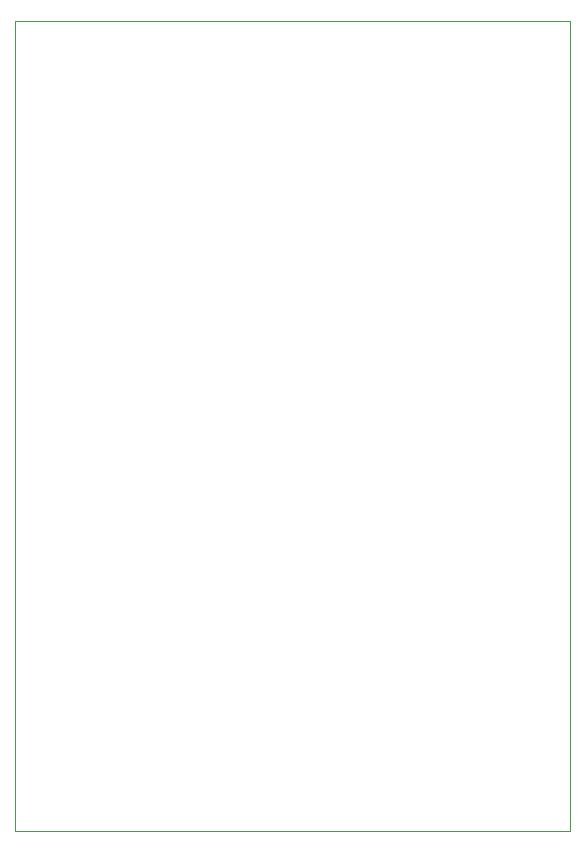
<source format=gbr>
%TF.GenerationSoftware,KiCad,Pcbnew,(6.0.9)*%
%TF.CreationDate,2023-06-07T19:24:55+02:00*%
%TF.ProjectId,PCB_Complet,5043425f-436f-46d7-906c-65742e6b6963,rev?*%
%TF.SameCoordinates,Original*%
%TF.FileFunction,Profile,NP*%
%FSLAX46Y46*%
G04 Gerber Fmt 4.6, Leading zero omitted, Abs format (unit mm)*
G04 Created by KiCad (PCBNEW (6.0.9)) date 2023-06-07 19:24:55*
%MOMM*%
%LPD*%
G01*
G04 APERTURE LIST*
%TA.AperFunction,Profile*%
%ADD10C,0.100000*%
%TD*%
G04 APERTURE END LIST*
D10*
X82530000Y-60960000D02*
X129540000Y-60960000D01*
X82530000Y-129540000D02*
X82530000Y-60960000D01*
X129540000Y-60960000D02*
X129540000Y-129540000D01*
X129540000Y-129540000D02*
X82530000Y-129540000D01*
M02*

</source>
